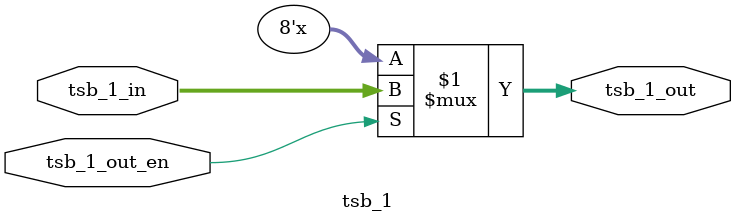
<source format=v>

module tsb_1(tsb_1_in, tsb_1_out, tsb_1_out_en);
    input wire [7:0] tsb_1_in;
    output wire [7:0] tsb_1_out;
    input wire tsb_1_out_en;

    assign tsb_1_out = tsb_1_out_en ? tsb_1_in : 8'bZ;
endmodule
</source>
